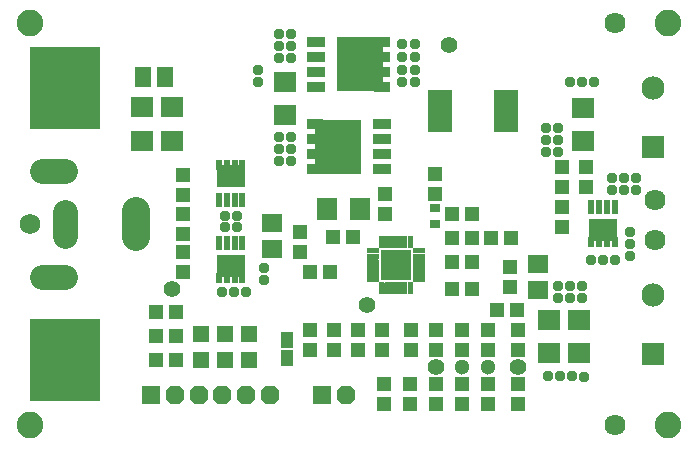
<source format=gbr>
G04 EAGLE Gerber RS-274X export*
G75*
%MOMM*%
%FSLAX34Y34*%
%LPD*%
%INSoldermask Top*%
%IPPOS*%
%AMOC8*
5,1,8,0,0,1.08239X$1,22.5*%
G01*
%ADD10C,2.252400*%
%ADD11R,6.000000X7.000000*%
%ADD12C,1.300000*%
%ADD13C,1.422400*%
%ADD14R,1.952400X1.752400*%
%ADD15R,1.252400X1.152400*%
%ADD16R,1.152400X1.252400*%
%ADD17R,1.452400X1.652400*%
%ADD18R,1.422400X1.422400*%
%ADD19C,2.402400*%
%ADD20C,2.152400*%
%ADD21C,1.752400*%
%ADD22R,1.574800X1.574800*%
%ADD23P,1.704548X8X112.500000*%
%ADD24R,2.002400X3.652400*%
%ADD25R,0.558800X1.143000*%
%ADD26R,2.387600X1.879600*%
%ADD27R,0.558800X0.914400*%
%ADD28R,1.524400X0.862400*%
%ADD29R,1.332400X0.862400*%
%ADD30R,4.002400X4.672400*%
%ADD31R,1.652400X1.552400*%
%ADD32R,1.752400X1.955400*%
%ADD33R,1.955400X1.752400*%
%ADD34C,1.062000*%
%ADD35R,0.852400X0.752400*%
%ADD36R,1.962000X1.962000*%
%ADD37C,1.962000*%
%ADD38P,2.914227X8X22.500000*%
%ADD39C,1.782000*%
%ADD40R,1.041400X1.422400*%
%ADD41C,0.960400*%

G36*
X352807Y152390D02*
X352807Y152390D01*
X352809Y152389D01*
X352852Y152409D01*
X352896Y152427D01*
X352896Y152429D01*
X352898Y152430D01*
X352931Y152515D01*
X352931Y178285D01*
X352930Y178287D01*
X352931Y178289D01*
X352911Y178332D01*
X352893Y178376D01*
X352891Y178376D01*
X352890Y178378D01*
X352805Y178411D01*
X327035Y178411D01*
X327033Y178410D01*
X327031Y178411D01*
X326988Y178391D01*
X326944Y178373D01*
X326944Y178371D01*
X326942Y178370D01*
X326909Y178285D01*
X326909Y152515D01*
X326910Y152513D01*
X326909Y152511D01*
X326929Y152468D01*
X326947Y152424D01*
X326949Y152424D01*
X326950Y152422D01*
X327035Y152389D01*
X352805Y152389D01*
X352807Y152390D01*
G37*
G36*
X325118Y175679D02*
X325118Y175679D01*
X325120Y175678D01*
X325163Y175698D01*
X325207Y175716D01*
X325207Y175718D01*
X325209Y175719D01*
X325242Y175804D01*
X325242Y179996D01*
X325241Y179998D01*
X325242Y180000D01*
X325222Y180043D01*
X325204Y180087D01*
X325202Y180087D01*
X325201Y180089D01*
X325116Y180122D01*
X315224Y180122D01*
X315222Y180121D01*
X315220Y180122D01*
X315177Y180102D01*
X315133Y180084D01*
X315133Y180082D01*
X315131Y180081D01*
X315098Y179996D01*
X315098Y175804D01*
X315099Y175802D01*
X315098Y175800D01*
X315118Y175757D01*
X315136Y175713D01*
X315138Y175713D01*
X315139Y175711D01*
X315224Y175678D01*
X325116Y175678D01*
X325118Y175679D01*
G37*
G36*
X325118Y155679D02*
X325118Y155679D01*
X325120Y155678D01*
X325163Y155698D01*
X325207Y155716D01*
X325207Y155718D01*
X325209Y155719D01*
X325242Y155804D01*
X325242Y159996D01*
X325241Y159998D01*
X325242Y160000D01*
X325222Y160043D01*
X325204Y160087D01*
X325202Y160087D01*
X325201Y160089D01*
X325116Y160122D01*
X315224Y160122D01*
X315222Y160121D01*
X315220Y160122D01*
X315177Y160102D01*
X315133Y160084D01*
X315133Y160082D01*
X315131Y160081D01*
X315098Y159996D01*
X315098Y155804D01*
X315099Y155802D01*
X315098Y155800D01*
X315118Y155757D01*
X315136Y155713D01*
X315138Y155713D01*
X315139Y155711D01*
X315224Y155678D01*
X325116Y155678D01*
X325118Y155679D01*
G37*
G36*
X364618Y150679D02*
X364618Y150679D01*
X364620Y150678D01*
X364663Y150698D01*
X364707Y150716D01*
X364707Y150718D01*
X364709Y150719D01*
X364742Y150804D01*
X364742Y154996D01*
X364741Y154998D01*
X364742Y155000D01*
X364722Y155043D01*
X364704Y155087D01*
X364702Y155087D01*
X364701Y155089D01*
X364616Y155122D01*
X354724Y155122D01*
X354722Y155121D01*
X354720Y155122D01*
X354677Y155102D01*
X354633Y155084D01*
X354633Y155082D01*
X354631Y155081D01*
X354598Y154996D01*
X354598Y150804D01*
X354599Y150802D01*
X354598Y150800D01*
X354618Y150757D01*
X354636Y150713D01*
X354638Y150713D01*
X354639Y150711D01*
X354724Y150678D01*
X364616Y150678D01*
X364618Y150679D01*
G37*
G36*
X325118Y150679D02*
X325118Y150679D01*
X325120Y150678D01*
X325163Y150698D01*
X325207Y150716D01*
X325207Y150718D01*
X325209Y150719D01*
X325242Y150804D01*
X325242Y154996D01*
X325241Y154998D01*
X325242Y155000D01*
X325222Y155043D01*
X325204Y155087D01*
X325202Y155087D01*
X325201Y155089D01*
X325116Y155122D01*
X315224Y155122D01*
X315222Y155121D01*
X315220Y155122D01*
X315177Y155102D01*
X315133Y155084D01*
X315133Y155082D01*
X315131Y155081D01*
X315098Y154996D01*
X315098Y150804D01*
X315099Y150802D01*
X315098Y150800D01*
X315118Y150757D01*
X315136Y150713D01*
X315138Y150713D01*
X315139Y150711D01*
X315224Y150678D01*
X325116Y150678D01*
X325118Y150679D01*
G37*
G36*
X364618Y170679D02*
X364618Y170679D01*
X364620Y170678D01*
X364663Y170698D01*
X364707Y170716D01*
X364707Y170718D01*
X364709Y170719D01*
X364742Y170804D01*
X364742Y174996D01*
X364741Y174998D01*
X364742Y175000D01*
X364722Y175043D01*
X364704Y175087D01*
X364702Y175087D01*
X364701Y175089D01*
X364616Y175122D01*
X354724Y175122D01*
X354722Y175121D01*
X354720Y175122D01*
X354677Y175102D01*
X354633Y175084D01*
X354633Y175082D01*
X354631Y175081D01*
X354598Y174996D01*
X354598Y170804D01*
X354599Y170802D01*
X354598Y170800D01*
X354618Y170757D01*
X354636Y170713D01*
X354638Y170713D01*
X354639Y170711D01*
X354724Y170678D01*
X364616Y170678D01*
X364618Y170679D01*
G37*
G36*
X364618Y175679D02*
X364618Y175679D01*
X364620Y175678D01*
X364663Y175698D01*
X364707Y175716D01*
X364707Y175718D01*
X364709Y175719D01*
X364742Y175804D01*
X364742Y179996D01*
X364741Y179998D01*
X364742Y180000D01*
X364722Y180043D01*
X364704Y180087D01*
X364702Y180087D01*
X364701Y180089D01*
X364616Y180122D01*
X354724Y180122D01*
X354722Y180121D01*
X354720Y180122D01*
X354677Y180102D01*
X354633Y180084D01*
X354633Y180082D01*
X354631Y180081D01*
X354598Y179996D01*
X354598Y175804D01*
X354599Y175802D01*
X354598Y175800D01*
X354618Y175757D01*
X354636Y175713D01*
X354638Y175713D01*
X354639Y175711D01*
X354724Y175678D01*
X364616Y175678D01*
X364618Y175679D01*
G37*
G36*
X354521Y180079D02*
X354521Y180079D01*
X354523Y180078D01*
X354566Y180098D01*
X354610Y180116D01*
X354611Y180118D01*
X354613Y180119D01*
X354645Y180204D01*
X354645Y190096D01*
X354645Y190098D01*
X354645Y190100D01*
X354625Y190143D01*
X354607Y190187D01*
X354605Y190187D01*
X354604Y190189D01*
X354519Y190222D01*
X350327Y190222D01*
X350325Y190221D01*
X350323Y190222D01*
X350280Y190202D01*
X350237Y190184D01*
X350236Y190182D01*
X350234Y190181D01*
X350201Y190096D01*
X350201Y180204D01*
X350202Y180202D01*
X350201Y180200D01*
X350221Y180157D01*
X350239Y180113D01*
X350241Y180113D01*
X350242Y180111D01*
X350327Y180078D01*
X354519Y180078D01*
X354521Y180079D01*
G37*
G36*
X344519Y180079D02*
X344519Y180079D01*
X344521Y180078D01*
X344564Y180098D01*
X344607Y180116D01*
X344608Y180118D01*
X344610Y180119D01*
X344643Y180204D01*
X344643Y190096D01*
X344642Y190098D01*
X344643Y190100D01*
X344623Y190143D01*
X344604Y190187D01*
X344602Y190187D01*
X344602Y190189D01*
X344517Y190222D01*
X340325Y190222D01*
X340323Y190221D01*
X340321Y190222D01*
X340278Y190202D01*
X340234Y190184D01*
X340233Y190182D01*
X340231Y190181D01*
X340198Y190096D01*
X340198Y180204D01*
X340199Y180202D01*
X340199Y180200D01*
X340218Y180157D01*
X340237Y180113D01*
X340239Y180113D01*
X340240Y180111D01*
X340325Y180078D01*
X344517Y180078D01*
X344519Y180079D01*
G37*
G36*
X339517Y180079D02*
X339517Y180079D01*
X339519Y180078D01*
X339562Y180098D01*
X339606Y180116D01*
X339607Y180118D01*
X339609Y180119D01*
X339642Y180204D01*
X339642Y190096D01*
X339641Y190098D01*
X339642Y190100D01*
X339622Y190143D01*
X339603Y190187D01*
X339601Y190187D01*
X339600Y190189D01*
X339515Y190222D01*
X335323Y190222D01*
X335321Y190221D01*
X335319Y190222D01*
X335276Y190202D01*
X335233Y190184D01*
X335232Y190182D01*
X335230Y190181D01*
X335197Y190096D01*
X335197Y180204D01*
X335198Y180202D01*
X335197Y180200D01*
X335217Y180157D01*
X335236Y180113D01*
X335238Y180113D01*
X335239Y180111D01*
X335323Y180078D01*
X339515Y180078D01*
X339517Y180079D01*
G37*
G36*
X349520Y180079D02*
X349520Y180079D01*
X349522Y180078D01*
X349565Y180098D01*
X349609Y180116D01*
X349609Y180118D01*
X349611Y180119D01*
X349644Y180204D01*
X349644Y190096D01*
X349643Y190098D01*
X349644Y190100D01*
X349624Y190143D01*
X349606Y190187D01*
X349604Y190187D01*
X349603Y190189D01*
X349518Y190222D01*
X345326Y190222D01*
X345324Y190221D01*
X345322Y190222D01*
X345279Y190202D01*
X345235Y190184D01*
X345234Y190182D01*
X345233Y190181D01*
X345200Y190096D01*
X345200Y180204D01*
X345201Y180202D01*
X345200Y180200D01*
X345220Y180157D01*
X345238Y180113D01*
X345240Y180113D01*
X345241Y180111D01*
X345326Y180078D01*
X349518Y180078D01*
X349520Y180079D01*
G37*
G36*
X329515Y180079D02*
X329515Y180079D01*
X329517Y180078D01*
X329560Y180098D01*
X329604Y180116D01*
X329604Y180118D01*
X329606Y180119D01*
X329639Y180204D01*
X329639Y190096D01*
X329638Y190098D01*
X329639Y190100D01*
X329619Y190143D01*
X329601Y190187D01*
X329599Y190187D01*
X329598Y190189D01*
X329513Y190222D01*
X325321Y190222D01*
X325319Y190221D01*
X325317Y190222D01*
X325274Y190202D01*
X325230Y190184D01*
X325229Y190182D01*
X325227Y190181D01*
X325195Y190096D01*
X325195Y180204D01*
X325196Y180202D01*
X325195Y180200D01*
X325215Y180157D01*
X325233Y180113D01*
X325235Y180113D01*
X325236Y180111D01*
X325321Y180078D01*
X329513Y180078D01*
X329515Y180079D01*
G37*
G36*
X334516Y180079D02*
X334516Y180079D01*
X334518Y180078D01*
X334561Y180098D01*
X334605Y180116D01*
X334606Y180118D01*
X334608Y180119D01*
X334640Y180204D01*
X334640Y190096D01*
X334639Y190098D01*
X334640Y190100D01*
X334620Y190143D01*
X334602Y190187D01*
X334600Y190187D01*
X334599Y190189D01*
X334514Y190222D01*
X330322Y190222D01*
X330320Y190221D01*
X330318Y190222D01*
X330275Y190202D01*
X330231Y190184D01*
X330231Y190182D01*
X330229Y190181D01*
X330196Y190096D01*
X330196Y180204D01*
X330197Y180202D01*
X330196Y180200D01*
X330216Y180157D01*
X330234Y180113D01*
X330236Y180113D01*
X330237Y180111D01*
X330322Y180078D01*
X334514Y180078D01*
X334516Y180079D01*
G37*
G36*
X334516Y140579D02*
X334516Y140579D01*
X334518Y140578D01*
X334561Y140598D01*
X334605Y140616D01*
X334606Y140618D01*
X334608Y140619D01*
X334640Y140704D01*
X334640Y150596D01*
X334639Y150598D01*
X334640Y150600D01*
X334620Y150643D01*
X334602Y150687D01*
X334600Y150687D01*
X334599Y150689D01*
X334514Y150722D01*
X330322Y150722D01*
X330320Y150721D01*
X330318Y150722D01*
X330275Y150702D01*
X330231Y150684D01*
X330231Y150682D01*
X330229Y150681D01*
X330196Y150596D01*
X330196Y140704D01*
X330197Y140702D01*
X330196Y140700D01*
X330216Y140657D01*
X330234Y140613D01*
X330236Y140613D01*
X330237Y140611D01*
X330322Y140578D01*
X334514Y140578D01*
X334516Y140579D01*
G37*
G36*
X325118Y170679D02*
X325118Y170679D01*
X325120Y170678D01*
X325163Y170698D01*
X325207Y170716D01*
X325207Y170718D01*
X325209Y170719D01*
X325242Y170804D01*
X325242Y174996D01*
X325241Y174998D01*
X325242Y175000D01*
X325222Y175043D01*
X325204Y175087D01*
X325202Y175087D01*
X325201Y175089D01*
X325116Y175122D01*
X315224Y175122D01*
X315222Y175121D01*
X315220Y175122D01*
X315177Y175102D01*
X315133Y175084D01*
X315133Y175082D01*
X315131Y175081D01*
X315098Y174996D01*
X315098Y170804D01*
X315099Y170802D01*
X315098Y170800D01*
X315118Y170757D01*
X315136Y170713D01*
X315138Y170713D01*
X315139Y170711D01*
X315224Y170678D01*
X325116Y170678D01*
X325118Y170679D01*
G37*
G36*
X364618Y165679D02*
X364618Y165679D01*
X364620Y165678D01*
X364663Y165698D01*
X364707Y165716D01*
X364707Y165718D01*
X364709Y165719D01*
X364742Y165804D01*
X364742Y169996D01*
X364741Y169998D01*
X364742Y170000D01*
X364722Y170043D01*
X364704Y170087D01*
X364702Y170087D01*
X364701Y170089D01*
X364616Y170122D01*
X354724Y170122D01*
X354722Y170121D01*
X354720Y170122D01*
X354677Y170102D01*
X354633Y170084D01*
X354633Y170082D01*
X354631Y170081D01*
X354598Y169996D01*
X354598Y165804D01*
X354599Y165802D01*
X354598Y165800D01*
X354618Y165757D01*
X354636Y165713D01*
X354638Y165713D01*
X354639Y165711D01*
X354724Y165678D01*
X364616Y165678D01*
X364618Y165679D01*
G37*
G36*
X325118Y165679D02*
X325118Y165679D01*
X325120Y165678D01*
X325163Y165698D01*
X325207Y165716D01*
X325207Y165718D01*
X325209Y165719D01*
X325242Y165804D01*
X325242Y169996D01*
X325241Y169998D01*
X325242Y170000D01*
X325222Y170043D01*
X325204Y170087D01*
X325202Y170087D01*
X325201Y170089D01*
X325116Y170122D01*
X315224Y170122D01*
X315222Y170121D01*
X315220Y170122D01*
X315177Y170102D01*
X315133Y170084D01*
X315133Y170082D01*
X315131Y170081D01*
X315098Y169996D01*
X315098Y165804D01*
X315099Y165802D01*
X315098Y165800D01*
X315118Y165757D01*
X315136Y165713D01*
X315138Y165713D01*
X315139Y165711D01*
X315224Y165678D01*
X325116Y165678D01*
X325118Y165679D01*
G37*
G36*
X329515Y140579D02*
X329515Y140579D01*
X329517Y140578D01*
X329560Y140598D01*
X329604Y140616D01*
X329604Y140618D01*
X329606Y140619D01*
X329639Y140704D01*
X329639Y150596D01*
X329638Y150598D01*
X329639Y150600D01*
X329619Y150643D01*
X329601Y150687D01*
X329599Y150687D01*
X329598Y150689D01*
X329513Y150722D01*
X325321Y150722D01*
X325319Y150721D01*
X325317Y150722D01*
X325274Y150702D01*
X325230Y150684D01*
X325229Y150682D01*
X325227Y150681D01*
X325195Y150596D01*
X325195Y140704D01*
X325196Y140702D01*
X325195Y140700D01*
X325215Y140657D01*
X325233Y140613D01*
X325235Y140613D01*
X325236Y140611D01*
X325321Y140578D01*
X329513Y140578D01*
X329515Y140579D01*
G37*
G36*
X325118Y160679D02*
X325118Y160679D01*
X325120Y160678D01*
X325163Y160698D01*
X325207Y160716D01*
X325207Y160718D01*
X325209Y160719D01*
X325242Y160804D01*
X325242Y164996D01*
X325241Y164998D01*
X325242Y165000D01*
X325222Y165043D01*
X325204Y165087D01*
X325202Y165087D01*
X325201Y165089D01*
X325116Y165122D01*
X315224Y165122D01*
X315222Y165121D01*
X315220Y165122D01*
X315177Y165102D01*
X315133Y165084D01*
X315133Y165082D01*
X315131Y165081D01*
X315098Y164996D01*
X315098Y160804D01*
X315099Y160802D01*
X315098Y160800D01*
X315118Y160757D01*
X315136Y160713D01*
X315138Y160713D01*
X315139Y160711D01*
X315224Y160678D01*
X325116Y160678D01*
X325118Y160679D01*
G37*
G36*
X364618Y160679D02*
X364618Y160679D01*
X364620Y160678D01*
X364663Y160698D01*
X364707Y160716D01*
X364707Y160718D01*
X364709Y160719D01*
X364742Y160804D01*
X364742Y164996D01*
X364741Y164998D01*
X364742Y165000D01*
X364722Y165043D01*
X364704Y165087D01*
X364702Y165087D01*
X364701Y165089D01*
X364616Y165122D01*
X354724Y165122D01*
X354722Y165121D01*
X354720Y165122D01*
X354677Y165102D01*
X354633Y165084D01*
X354633Y165082D01*
X354631Y165081D01*
X354598Y164996D01*
X354598Y160804D01*
X354599Y160802D01*
X354598Y160800D01*
X354618Y160757D01*
X354636Y160713D01*
X354638Y160713D01*
X354639Y160711D01*
X354724Y160678D01*
X364616Y160678D01*
X364618Y160679D01*
G37*
G36*
X364618Y155679D02*
X364618Y155679D01*
X364620Y155678D01*
X364663Y155698D01*
X364707Y155716D01*
X364707Y155718D01*
X364709Y155719D01*
X364742Y155804D01*
X364742Y159996D01*
X364741Y159998D01*
X364742Y160000D01*
X364722Y160043D01*
X364704Y160087D01*
X364702Y160087D01*
X364701Y160089D01*
X364616Y160122D01*
X354724Y160122D01*
X354722Y160121D01*
X354720Y160122D01*
X354677Y160102D01*
X354633Y160084D01*
X354633Y160082D01*
X354631Y160081D01*
X354598Y159996D01*
X354598Y155804D01*
X354599Y155802D01*
X354598Y155800D01*
X354618Y155757D01*
X354636Y155713D01*
X354638Y155713D01*
X354639Y155711D01*
X354724Y155678D01*
X364616Y155678D01*
X364618Y155679D01*
G37*
G36*
X349520Y140579D02*
X349520Y140579D01*
X349522Y140578D01*
X349565Y140598D01*
X349609Y140616D01*
X349609Y140618D01*
X349611Y140619D01*
X349644Y140704D01*
X349644Y150596D01*
X349643Y150598D01*
X349644Y150600D01*
X349624Y150643D01*
X349606Y150687D01*
X349604Y150687D01*
X349603Y150689D01*
X349518Y150722D01*
X345326Y150722D01*
X345324Y150721D01*
X345322Y150722D01*
X345279Y150702D01*
X345235Y150684D01*
X345234Y150682D01*
X345233Y150681D01*
X345200Y150596D01*
X345200Y140704D01*
X345201Y140702D01*
X345200Y140700D01*
X345220Y140657D01*
X345238Y140613D01*
X345240Y140613D01*
X345241Y140611D01*
X345326Y140578D01*
X349518Y140578D01*
X349520Y140579D01*
G37*
G36*
X344519Y140579D02*
X344519Y140579D01*
X344521Y140578D01*
X344564Y140598D01*
X344607Y140616D01*
X344608Y140618D01*
X344610Y140619D01*
X344643Y140704D01*
X344643Y150596D01*
X344642Y150598D01*
X344643Y150600D01*
X344623Y150643D01*
X344604Y150687D01*
X344602Y150687D01*
X344602Y150689D01*
X344517Y150722D01*
X340325Y150722D01*
X340323Y150721D01*
X340321Y150722D01*
X340278Y150702D01*
X340234Y150684D01*
X340233Y150682D01*
X340231Y150681D01*
X340198Y150596D01*
X340198Y140704D01*
X340199Y140702D01*
X340199Y140700D01*
X340218Y140657D01*
X340237Y140613D01*
X340239Y140613D01*
X340240Y140611D01*
X340325Y140578D01*
X344517Y140578D01*
X344519Y140579D01*
G37*
G36*
X339517Y140579D02*
X339517Y140579D01*
X339519Y140578D01*
X339562Y140598D01*
X339606Y140616D01*
X339607Y140618D01*
X339609Y140619D01*
X339642Y140704D01*
X339642Y150596D01*
X339641Y150598D01*
X339642Y150600D01*
X339622Y150643D01*
X339603Y150687D01*
X339601Y150687D01*
X339600Y150689D01*
X339515Y150722D01*
X335323Y150722D01*
X335321Y150721D01*
X335319Y150722D01*
X335276Y150702D01*
X335233Y150684D01*
X335232Y150682D01*
X335230Y150681D01*
X335197Y150596D01*
X335197Y140704D01*
X335198Y140702D01*
X335197Y140700D01*
X335217Y140657D01*
X335236Y140613D01*
X335238Y140613D01*
X335239Y140611D01*
X335323Y140578D01*
X339515Y140578D01*
X339517Y140579D01*
G37*
G36*
X354521Y140579D02*
X354521Y140579D01*
X354523Y140578D01*
X354566Y140598D01*
X354610Y140616D01*
X354611Y140618D01*
X354613Y140619D01*
X354645Y140704D01*
X354645Y150596D01*
X354645Y150598D01*
X354645Y150600D01*
X354625Y150643D01*
X354607Y150687D01*
X354605Y150687D01*
X354604Y150689D01*
X354519Y150722D01*
X350327Y150722D01*
X350325Y150721D01*
X350323Y150722D01*
X350280Y150702D01*
X350237Y150684D01*
X350236Y150682D01*
X350234Y150681D01*
X350201Y150596D01*
X350201Y140704D01*
X350202Y140702D01*
X350201Y140700D01*
X350221Y140657D01*
X350239Y140613D01*
X350241Y140613D01*
X350242Y140611D01*
X350327Y140578D01*
X354519Y140578D01*
X354521Y140579D01*
G37*
%LPC*%
G36*
X330172Y171400D02*
X330172Y171400D01*
X330172Y175148D01*
X333920Y175148D01*
X333920Y171400D01*
X330172Y171400D01*
G37*
%LPD*%
%LPC*%
G36*
X338046Y171400D02*
X338046Y171400D01*
X338046Y175148D01*
X341794Y175148D01*
X341794Y171400D01*
X338046Y171400D01*
G37*
%LPD*%
%LPC*%
G36*
X345920Y171400D02*
X345920Y171400D01*
X345920Y175148D01*
X349668Y175148D01*
X349668Y171400D01*
X345920Y171400D01*
G37*
%LPD*%
%LPC*%
G36*
X330172Y163526D02*
X330172Y163526D01*
X330172Y167274D01*
X333920Y167274D01*
X333920Y163526D01*
X330172Y163526D01*
G37*
%LPD*%
%LPC*%
G36*
X345920Y163526D02*
X345920Y163526D01*
X345920Y167274D01*
X349668Y167274D01*
X349668Y163526D01*
X345920Y163526D01*
G37*
%LPD*%
%LPC*%
G36*
X330172Y155652D02*
X330172Y155652D01*
X330172Y159400D01*
X333920Y159400D01*
X333920Y155652D01*
X330172Y155652D01*
G37*
%LPD*%
%LPC*%
G36*
X338046Y155652D02*
X338046Y155652D01*
X338046Y159400D01*
X341794Y159400D01*
X341794Y155652D01*
X338046Y155652D01*
G37*
%LPD*%
%LPC*%
G36*
X345920Y155652D02*
X345920Y155652D01*
X345920Y159400D01*
X349668Y159400D01*
X349668Y155652D01*
X345920Y155652D01*
G37*
%LPD*%
%LPC*%
G36*
X338046Y163526D02*
X338046Y163526D01*
X338046Y167274D01*
X341794Y167274D01*
X341794Y163526D01*
X338046Y163526D01*
G37*
%LPD*%
D10*
X30000Y370000D03*
X30000Y30000D03*
X570000Y370000D03*
X570000Y30000D03*
D11*
X60000Y85000D03*
X60000Y315000D03*
D12*
X395746Y79000D03*
X418080Y79000D03*
D13*
X150000Y145160D03*
D14*
X245762Y292656D03*
X245762Y320656D03*
D15*
X387178Y208978D03*
X404178Y208978D03*
X437122Y188229D03*
X420122Y188229D03*
D16*
X436750Y163820D03*
X436750Y146820D03*
D15*
X303340Y189400D03*
X286340Y189400D03*
D16*
X480240Y248580D03*
X480240Y231580D03*
X328140Y110114D03*
X328140Y93114D03*
X287429Y110114D03*
X287429Y93114D03*
D15*
X387178Y188229D03*
X404178Y188229D03*
D16*
X352390Y93114D03*
X352390Y110114D03*
D15*
X387178Y167624D03*
X404178Y167624D03*
D14*
X498236Y270492D03*
X498236Y298492D03*
X494840Y118840D03*
X494840Y90840D03*
X469840Y118840D03*
X469840Y90840D03*
D17*
X144500Y325000D03*
X125500Y325000D03*
D16*
X259000Y176580D03*
X259000Y193580D03*
D15*
X283926Y159844D03*
X266926Y159844D03*
D16*
X160000Y208500D03*
X160000Y191500D03*
X373292Y225756D03*
X373292Y242756D03*
D13*
X315480Y131200D03*
D16*
X307785Y110114D03*
X307785Y93114D03*
D18*
X215800Y106955D03*
X215800Y85365D03*
X195080Y106955D03*
X195080Y85365D03*
X174520Y106955D03*
X174520Y85365D03*
D13*
X373934Y78953D03*
D19*
X120000Y188750D02*
X120000Y211250D01*
D20*
X60000Y210000D02*
X60000Y190000D01*
X60000Y155000D02*
X40000Y155000D01*
X40000Y245000D02*
X60000Y245000D01*
D21*
X30000Y200000D03*
D22*
X277600Y55770D03*
D23*
X297600Y55770D03*
D24*
X377410Y295560D03*
X432910Y295560D03*
D13*
X385080Y352080D03*
D25*
X209900Y184350D03*
X203300Y184350D03*
X196700Y184350D03*
X190100Y184350D03*
D26*
X200000Y164425D03*
D27*
X190100Y154500D03*
X196700Y154500D03*
X203300Y154500D03*
X209900Y154500D03*
D25*
X190100Y220650D03*
X196700Y220650D03*
X203300Y220650D03*
X209900Y220650D03*
D26*
X200000Y240575D03*
D27*
X209900Y250500D03*
X203300Y250500D03*
X196700Y250500D03*
X190100Y250500D03*
D25*
X525140Y214750D03*
X518540Y214750D03*
X511940Y214750D03*
X505340Y214750D03*
D26*
X515240Y194825D03*
D27*
X505340Y184900D03*
X511940Y184900D03*
X518540Y184900D03*
X525140Y184900D03*
D28*
X327700Y246430D03*
X327700Y259130D03*
X327700Y271830D03*
X327700Y284530D03*
D29*
X271340Y284530D03*
X271340Y271830D03*
X271340Y259130D03*
X271340Y246430D03*
D30*
X290590Y265480D03*
D28*
X272140Y354450D03*
X272140Y341750D03*
X272140Y329050D03*
X272140Y316350D03*
D29*
X328500Y316350D03*
X328500Y329050D03*
X328500Y341750D03*
X328500Y354450D03*
D30*
X309250Y335400D03*
D31*
X235000Y179160D03*
X235000Y201160D03*
D32*
X309568Y212686D03*
X281128Y212686D03*
D15*
X480880Y197260D03*
X480880Y214260D03*
X501002Y248580D03*
X501002Y231580D03*
X267074Y93114D03*
X267074Y110114D03*
X352136Y64649D03*
X352136Y47649D03*
X330000Y47649D03*
X330000Y64649D03*
D16*
X136814Y125736D03*
X153814Y125736D03*
X136560Y105228D03*
X153560Y105228D03*
X136560Y84720D03*
X153560Y84720D03*
D15*
X373932Y64649D03*
X373932Y47649D03*
D31*
X460240Y166320D03*
X460240Y144320D03*
D15*
X395728Y64649D03*
X395728Y47649D03*
X418253Y64649D03*
X418253Y47649D03*
X373932Y110114D03*
X373932Y93114D03*
X395728Y110114D03*
X395728Y93114D03*
X418253Y110114D03*
X418253Y93114D03*
D33*
X150000Y270780D03*
X150000Y299220D03*
X125000Y270780D03*
X125000Y299220D03*
D15*
X160000Y224500D03*
X160000Y241500D03*
X160000Y176500D03*
X160000Y159500D03*
X330652Y208606D03*
X330652Y225606D03*
X443049Y110114D03*
X443049Y93114D03*
X443049Y64649D03*
X443049Y47649D03*
D34*
X332046Y157526D03*
X332046Y165400D03*
X332046Y173274D03*
X339920Y157526D03*
X339920Y165400D03*
X339920Y173274D03*
X347794Y157526D03*
X347794Y165400D03*
X347794Y173274D03*
D13*
X443260Y78953D03*
D35*
X373250Y199910D03*
X373250Y213910D03*
D36*
X557808Y90254D03*
D37*
X557808Y140254D03*
D38*
X59500Y85000D03*
X59500Y315000D03*
D15*
X404178Y144909D03*
X387178Y144909D03*
X442220Y127130D03*
X425220Y127130D03*
D36*
X557808Y265254D03*
D37*
X557808Y315254D03*
D39*
X559205Y186524D03*
X559205Y220334D03*
X525000Y30000D03*
X525000Y370000D03*
D22*
X132880Y55770D03*
D23*
X152880Y55770D03*
X172880Y55770D03*
X192880Y55770D03*
X212880Y55770D03*
X232880Y55770D03*
D40*
X247650Y101600D03*
X247650Y86360D03*
D41*
X468440Y71120D03*
X478680Y71120D03*
X488920Y71120D03*
X250920Y340360D03*
X250920Y350520D03*
X250920Y360680D03*
X240760Y360680D03*
X240760Y350520D03*
X240760Y340360D03*
X223520Y320040D03*
X223520Y330200D03*
X487680Y320040D03*
X497840Y320040D03*
X508000Y320040D03*
X499000Y71000D03*
X195000Y207000D03*
X205000Y207000D03*
X205000Y198000D03*
X195000Y198000D03*
X193040Y142240D03*
X203200Y142240D03*
X213360Y142240D03*
X228600Y152400D03*
X228600Y162560D03*
X250952Y273558D03*
X250952Y263398D03*
X250952Y253238D03*
X240792Y253238D03*
X240792Y263398D03*
X240792Y273558D03*
X467360Y281686D03*
X467360Y271526D03*
X467360Y261366D03*
X477520Y261366D03*
X477520Y271526D03*
X477520Y281686D03*
X523240Y228600D03*
X533400Y228600D03*
X543560Y228600D03*
X543560Y238760D03*
X533400Y238760D03*
X523240Y238760D03*
X345220Y352520D03*
X345220Y330867D03*
X345220Y320040D03*
X355705Y320040D03*
X355705Y330867D03*
X355705Y352520D03*
X345220Y341693D03*
X355705Y341693D03*
X538480Y193040D03*
X538480Y182880D03*
X538480Y172720D03*
X477520Y137160D03*
X487680Y137160D03*
X497840Y137160D03*
X505000Y170000D03*
X515000Y170000D03*
X525000Y170000D03*
X477520Y147320D03*
X487680Y147320D03*
X497840Y147320D03*
M02*

</source>
